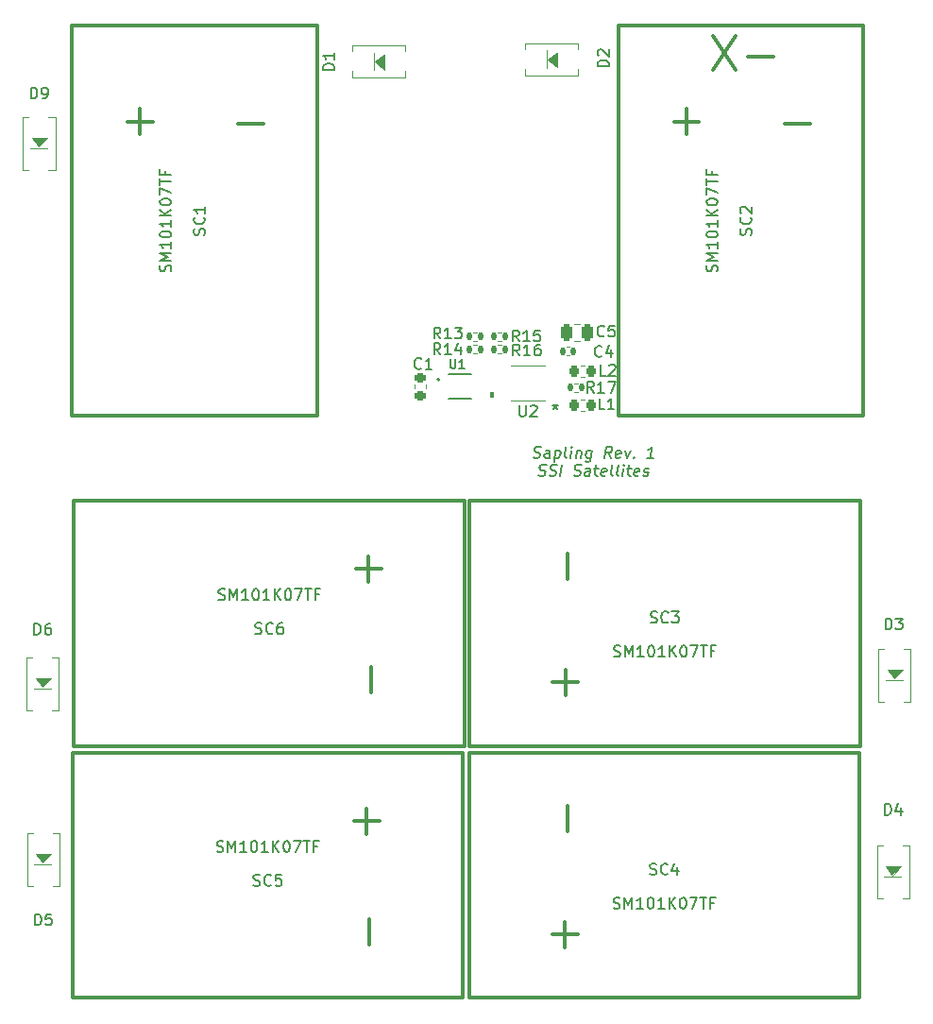
<source format=gto>
%TF.GenerationSoftware,KiCad,Pcbnew,(6.0.4-0)*%
%TF.CreationDate,2022-05-09T11:38:03-07:00*%
%TF.ProjectId,solar-panel-side-X-minus,736f6c61-722d-4706-916e-656c2d736964,rev?*%
%TF.SameCoordinates,Original*%
%TF.FileFunction,Legend,Top*%
%TF.FilePolarity,Positive*%
%FSLAX46Y46*%
G04 Gerber Fmt 4.6, Leading zero omitted, Abs format (unit mm)*
G04 Created by KiCad (PCBNEW (6.0.4-0)) date 2022-05-09 11:38:03*
%MOMM*%
%LPD*%
G01*
G04 APERTURE LIST*
G04 Aperture macros list*
%AMRoundRect*
0 Rectangle with rounded corners*
0 $1 Rounding radius*
0 $2 $3 $4 $5 $6 $7 $8 $9 X,Y pos of 4 corners*
0 Add a 4 corners polygon primitive as box body*
4,1,4,$2,$3,$4,$5,$6,$7,$8,$9,$2,$3,0*
0 Add four circle primitives for the rounded corners*
1,1,$1+$1,$2,$3*
1,1,$1+$1,$4,$5*
1,1,$1+$1,$6,$7*
1,1,$1+$1,$8,$9*
0 Add four rect primitives between the rounded corners*
20,1,$1+$1,$2,$3,$4,$5,0*
20,1,$1+$1,$4,$5,$6,$7,0*
20,1,$1+$1,$6,$7,$8,$9,0*
20,1,$1+$1,$8,$9,$2,$3,0*%
G04 Aperture macros list end*
%ADD10C,0.150000*%
%ADD11C,0.300000*%
%ADD12C,0.120000*%
%ADD13C,0.100000*%
%ADD14C,0.127000*%
%ADD15C,0.200000*%
%ADD16R,2.500000X1.700000*%
%ADD17R,1.700000X2.500000*%
%ADD18C,3.000000*%
%ADD19C,3.800000*%
%ADD20C,2.600000*%
%ADD21R,1.411200X0.270000*%
%ADD22RoundRect,0.135000X0.135000X0.185000X-0.135000X0.185000X-0.135000X-0.185000X0.135000X-0.185000X0*%
%ADD23RoundRect,0.135000X-0.135000X-0.185000X0.135000X-0.185000X0.135000X0.185000X-0.135000X0.185000X0*%
%ADD24RoundRect,0.218750X0.218750X0.256250X-0.218750X0.256250X-0.218750X-0.256250X0.218750X-0.256250X0*%
%ADD25RoundRect,0.140000X0.140000X0.170000X-0.140000X0.170000X-0.140000X-0.170000X0.140000X-0.170000X0*%
%ADD26RoundRect,0.250000X0.250000X0.475000X-0.250000X0.475000X-0.250000X-0.475000X0.250000X-0.475000X0*%
%ADD27RoundRect,0.218750X-0.256250X0.218750X-0.256250X-0.218750X0.256250X-0.218750X0.256250X0.218750X0*%
%ADD28R,0.740000X0.270000*%
%ADD29R,0.650000X1.350000*%
G04 APERTURE END LIST*
D10*
X157030327Y-82599761D02*
X157167232Y-82647380D01*
X157405327Y-82647380D01*
X157506517Y-82599761D01*
X157560089Y-82552142D01*
X157619613Y-82456904D01*
X157631517Y-82361666D01*
X157595803Y-82266428D01*
X157554136Y-82218809D01*
X157464851Y-82171190D01*
X157280327Y-82123571D01*
X157191041Y-82075952D01*
X157149375Y-82028333D01*
X157113660Y-81933095D01*
X157125565Y-81837857D01*
X157185089Y-81742619D01*
X157238660Y-81695000D01*
X157339851Y-81647380D01*
X157577946Y-81647380D01*
X157714851Y-81695000D01*
X158452946Y-82647380D02*
X158518422Y-82123571D01*
X158482708Y-82028333D01*
X158393422Y-81980714D01*
X158202946Y-81980714D01*
X158101755Y-82028333D01*
X158458898Y-82599761D02*
X158357708Y-82647380D01*
X158119613Y-82647380D01*
X158030327Y-82599761D01*
X157994613Y-82504523D01*
X158006517Y-82409285D01*
X158066041Y-82314047D01*
X158167232Y-82266428D01*
X158405327Y-82266428D01*
X158506517Y-82218809D01*
X159012470Y-81980714D02*
X158887470Y-82980714D01*
X159006517Y-82028333D02*
X159107708Y-81980714D01*
X159298184Y-81980714D01*
X159387470Y-82028333D01*
X159429136Y-82075952D01*
X159464851Y-82171190D01*
X159429136Y-82456904D01*
X159369613Y-82552142D01*
X159316041Y-82599761D01*
X159214851Y-82647380D01*
X159024375Y-82647380D01*
X158935089Y-82599761D01*
X159976755Y-82647380D02*
X159887470Y-82599761D01*
X159851755Y-82504523D01*
X159958898Y-81647380D01*
X160357708Y-82647380D02*
X160441041Y-81980714D01*
X160482708Y-81647380D02*
X160429136Y-81695000D01*
X160470803Y-81742619D01*
X160524375Y-81695000D01*
X160482708Y-81647380D01*
X160470803Y-81742619D01*
X160917232Y-81980714D02*
X160833898Y-82647380D01*
X160905327Y-82075952D02*
X160958898Y-82028333D01*
X161060089Y-81980714D01*
X161202946Y-81980714D01*
X161292232Y-82028333D01*
X161327946Y-82123571D01*
X161262470Y-82647380D01*
X162250565Y-81980714D02*
X162149375Y-82790238D01*
X162089851Y-82885476D01*
X162036279Y-82933095D01*
X161935089Y-82980714D01*
X161792232Y-82980714D01*
X161702946Y-82933095D01*
X162173184Y-82599761D02*
X162071994Y-82647380D01*
X161881517Y-82647380D01*
X161792232Y-82599761D01*
X161750565Y-82552142D01*
X161714851Y-82456904D01*
X161750565Y-82171190D01*
X161810089Y-82075952D01*
X161863660Y-82028333D01*
X161964851Y-81980714D01*
X162155327Y-81980714D01*
X162244613Y-82028333D01*
X163976755Y-82647380D02*
X163702946Y-82171190D01*
X163405327Y-82647380D02*
X163530327Y-81647380D01*
X163911279Y-81647380D01*
X164000565Y-81695000D01*
X164042232Y-81742619D01*
X164077946Y-81837857D01*
X164060089Y-81980714D01*
X164000565Y-82075952D01*
X163946994Y-82123571D01*
X163845803Y-82171190D01*
X163464851Y-82171190D01*
X164792232Y-82599761D02*
X164691041Y-82647380D01*
X164500565Y-82647380D01*
X164411279Y-82599761D01*
X164375565Y-82504523D01*
X164423184Y-82123571D01*
X164482708Y-82028333D01*
X164583898Y-81980714D01*
X164774375Y-81980714D01*
X164863660Y-82028333D01*
X164899375Y-82123571D01*
X164887470Y-82218809D01*
X164399375Y-82314047D01*
X165250565Y-81980714D02*
X165405327Y-82647380D01*
X165726755Y-81980714D01*
X166036279Y-82552142D02*
X166077946Y-82599761D01*
X166024375Y-82647380D01*
X165982708Y-82599761D01*
X166036279Y-82552142D01*
X166024375Y-82647380D01*
X167786279Y-82647380D02*
X167214851Y-82647380D01*
X167500565Y-82647380D02*
X167625565Y-81647380D01*
X167512470Y-81790238D01*
X167405327Y-81885476D01*
X167304136Y-81933095D01*
X157506517Y-84209761D02*
X157643422Y-84257380D01*
X157881517Y-84257380D01*
X157982708Y-84209761D01*
X158036279Y-84162142D01*
X158095803Y-84066904D01*
X158107708Y-83971666D01*
X158071994Y-83876428D01*
X158030327Y-83828809D01*
X157941041Y-83781190D01*
X157756517Y-83733571D01*
X157667232Y-83685952D01*
X157625565Y-83638333D01*
X157589851Y-83543095D01*
X157601755Y-83447857D01*
X157661279Y-83352619D01*
X157714851Y-83305000D01*
X157816041Y-83257380D01*
X158054136Y-83257380D01*
X158191041Y-83305000D01*
X158458898Y-84209761D02*
X158595803Y-84257380D01*
X158833898Y-84257380D01*
X158935089Y-84209761D01*
X158988660Y-84162142D01*
X159048184Y-84066904D01*
X159060089Y-83971666D01*
X159024375Y-83876428D01*
X158982708Y-83828809D01*
X158893422Y-83781190D01*
X158708898Y-83733571D01*
X158619613Y-83685952D01*
X158577946Y-83638333D01*
X158542232Y-83543095D01*
X158554136Y-83447857D01*
X158613660Y-83352619D01*
X158667232Y-83305000D01*
X158768422Y-83257380D01*
X159006517Y-83257380D01*
X159143422Y-83305000D01*
X159452946Y-84257380D02*
X159577946Y-83257380D01*
X160649375Y-84209761D02*
X160786279Y-84257380D01*
X161024375Y-84257380D01*
X161125565Y-84209761D01*
X161179136Y-84162142D01*
X161238660Y-84066904D01*
X161250565Y-83971666D01*
X161214851Y-83876428D01*
X161173184Y-83828809D01*
X161083898Y-83781190D01*
X160899375Y-83733571D01*
X160810089Y-83685952D01*
X160768422Y-83638333D01*
X160732708Y-83543095D01*
X160744613Y-83447857D01*
X160804136Y-83352619D01*
X160857708Y-83305000D01*
X160958898Y-83257380D01*
X161196994Y-83257380D01*
X161333898Y-83305000D01*
X162071994Y-84257380D02*
X162137470Y-83733571D01*
X162101755Y-83638333D01*
X162012470Y-83590714D01*
X161821994Y-83590714D01*
X161720803Y-83638333D01*
X162077946Y-84209761D02*
X161976755Y-84257380D01*
X161738660Y-84257380D01*
X161649375Y-84209761D01*
X161613660Y-84114523D01*
X161625565Y-84019285D01*
X161685089Y-83924047D01*
X161786279Y-83876428D01*
X162024375Y-83876428D01*
X162125565Y-83828809D01*
X162488660Y-83590714D02*
X162869613Y-83590714D01*
X162673184Y-83257380D02*
X162566041Y-84114523D01*
X162601755Y-84209761D01*
X162691041Y-84257380D01*
X162786279Y-84257380D01*
X163506517Y-84209761D02*
X163405327Y-84257380D01*
X163214851Y-84257380D01*
X163125565Y-84209761D01*
X163089851Y-84114523D01*
X163137470Y-83733571D01*
X163196994Y-83638333D01*
X163298184Y-83590714D01*
X163488660Y-83590714D01*
X163577946Y-83638333D01*
X163613660Y-83733571D01*
X163601755Y-83828809D01*
X163113660Y-83924047D01*
X164119613Y-84257380D02*
X164030327Y-84209761D01*
X163994613Y-84114523D01*
X164101755Y-83257380D01*
X164643422Y-84257380D02*
X164554136Y-84209761D01*
X164518422Y-84114523D01*
X164625565Y-83257380D01*
X165024375Y-84257380D02*
X165107708Y-83590714D01*
X165149375Y-83257380D02*
X165095803Y-83305000D01*
X165137470Y-83352619D01*
X165191041Y-83305000D01*
X165149375Y-83257380D01*
X165137470Y-83352619D01*
X165441041Y-83590714D02*
X165821994Y-83590714D01*
X165625565Y-83257380D02*
X165518422Y-84114523D01*
X165554136Y-84209761D01*
X165643422Y-84257380D01*
X165738660Y-84257380D01*
X166458898Y-84209761D02*
X166357708Y-84257380D01*
X166167232Y-84257380D01*
X166077946Y-84209761D01*
X166042232Y-84114523D01*
X166089851Y-83733571D01*
X166149375Y-83638333D01*
X166250565Y-83590714D01*
X166441041Y-83590714D01*
X166530327Y-83638333D01*
X166566041Y-83733571D01*
X166554136Y-83828809D01*
X166066041Y-83924047D01*
X166887470Y-84209761D02*
X166976755Y-84257380D01*
X167167232Y-84257380D01*
X167268422Y-84209761D01*
X167327946Y-84114523D01*
X167333898Y-84066904D01*
X167298184Y-83971666D01*
X167208898Y-83924047D01*
X167066041Y-83924047D01*
X166976755Y-83876428D01*
X166941041Y-83781190D01*
X166946994Y-83733571D01*
X167006517Y-83638333D01*
X167107708Y-83590714D01*
X167250565Y-83590714D01*
X167339851Y-83638333D01*
D11*
X173142857Y-44857142D02*
X175142857Y-47857142D01*
X175142857Y-44857142D02*
X173142857Y-47857142D01*
X176285714Y-46714285D02*
X178571428Y-46714285D01*
D10*
%TO.C,D1*%
X139157380Y-47863095D02*
X138157380Y-47863095D01*
X138157380Y-47625000D01*
X138205000Y-47482142D01*
X138300238Y-47386904D01*
X138395476Y-47339285D01*
X138585952Y-47291666D01*
X138728809Y-47291666D01*
X138919285Y-47339285D01*
X139014523Y-47386904D01*
X139109761Y-47482142D01*
X139157380Y-47625000D01*
X139157380Y-47863095D01*
X139157380Y-46339285D02*
X139157380Y-46910714D01*
X139157380Y-46625000D02*
X138157380Y-46625000D01*
X138300238Y-46720238D01*
X138395476Y-46815476D01*
X138443095Y-46910714D01*
%TO.C,D2*%
X163776380Y-47561095D02*
X162776380Y-47561095D01*
X162776380Y-47323000D01*
X162824000Y-47180142D01*
X162919238Y-47084904D01*
X163014476Y-47037285D01*
X163204952Y-46989666D01*
X163347809Y-46989666D01*
X163538285Y-47037285D01*
X163633523Y-47084904D01*
X163728761Y-47180142D01*
X163776380Y-47323000D01*
X163776380Y-47561095D01*
X162871619Y-46608714D02*
X162824000Y-46561095D01*
X162776380Y-46465857D01*
X162776380Y-46227761D01*
X162824000Y-46132523D01*
X162871619Y-46084904D01*
X162966857Y-46037285D01*
X163062095Y-46037285D01*
X163204952Y-46084904D01*
X163776380Y-46656333D01*
X163776380Y-46037285D01*
%TO.C,D3*%
X188586904Y-98027380D02*
X188586904Y-97027380D01*
X188825000Y-97027380D01*
X188967857Y-97075000D01*
X189063095Y-97170238D01*
X189110714Y-97265476D01*
X189158333Y-97455952D01*
X189158333Y-97598809D01*
X189110714Y-97789285D01*
X189063095Y-97884523D01*
X188967857Y-97979761D01*
X188825000Y-98027380D01*
X188586904Y-98027380D01*
X189491666Y-97027380D02*
X190110714Y-97027380D01*
X189777380Y-97408333D01*
X189920238Y-97408333D01*
X190015476Y-97455952D01*
X190063095Y-97503571D01*
X190110714Y-97598809D01*
X190110714Y-97836904D01*
X190063095Y-97932142D01*
X190015476Y-97979761D01*
X189920238Y-98027380D01*
X189634523Y-98027380D01*
X189539285Y-97979761D01*
X189491666Y-97932142D01*
%TO.C,D4*%
X188536904Y-114639380D02*
X188536904Y-113639380D01*
X188775000Y-113639380D01*
X188917857Y-113687000D01*
X189013095Y-113782238D01*
X189060714Y-113877476D01*
X189108333Y-114067952D01*
X189108333Y-114210809D01*
X189060714Y-114401285D01*
X189013095Y-114496523D01*
X188917857Y-114591761D01*
X188775000Y-114639380D01*
X188536904Y-114639380D01*
X189965476Y-113972714D02*
X189965476Y-114639380D01*
X189727380Y-113591761D02*
X189489285Y-114306047D01*
X190108333Y-114306047D01*
%TO.C,D5*%
X112336904Y-124538380D02*
X112336904Y-123538380D01*
X112575000Y-123538380D01*
X112717857Y-123586000D01*
X112813095Y-123681238D01*
X112860714Y-123776476D01*
X112908333Y-123966952D01*
X112908333Y-124109809D01*
X112860714Y-124300285D01*
X112813095Y-124395523D01*
X112717857Y-124490761D01*
X112575000Y-124538380D01*
X112336904Y-124538380D01*
X113813095Y-123538380D02*
X113336904Y-123538380D01*
X113289285Y-124014571D01*
X113336904Y-123966952D01*
X113432142Y-123919333D01*
X113670238Y-123919333D01*
X113765476Y-123966952D01*
X113813095Y-124014571D01*
X113860714Y-124109809D01*
X113860714Y-124347904D01*
X113813095Y-124443142D01*
X113765476Y-124490761D01*
X113670238Y-124538380D01*
X113432142Y-124538380D01*
X113336904Y-124490761D01*
X113289285Y-124443142D01*
%TO.C,D6*%
X112291904Y-98496380D02*
X112291904Y-97496380D01*
X112530000Y-97496380D01*
X112672857Y-97544000D01*
X112768095Y-97639238D01*
X112815714Y-97734476D01*
X112863333Y-97924952D01*
X112863333Y-98067809D01*
X112815714Y-98258285D01*
X112768095Y-98353523D01*
X112672857Y-98448761D01*
X112530000Y-98496380D01*
X112291904Y-98496380D01*
X113720476Y-97496380D02*
X113530000Y-97496380D01*
X113434761Y-97544000D01*
X113387142Y-97591619D01*
X113291904Y-97734476D01*
X113244285Y-97924952D01*
X113244285Y-98305904D01*
X113291904Y-98401142D01*
X113339523Y-98448761D01*
X113434761Y-98496380D01*
X113625238Y-98496380D01*
X113720476Y-98448761D01*
X113768095Y-98401142D01*
X113815714Y-98305904D01*
X113815714Y-98067809D01*
X113768095Y-97972571D01*
X113720476Y-97924952D01*
X113625238Y-97877333D01*
X113434761Y-97877333D01*
X113339523Y-97924952D01*
X113291904Y-97972571D01*
X113244285Y-98067809D01*
%TO.C,D9*%
X111971904Y-50447380D02*
X111971904Y-49447380D01*
X112210000Y-49447380D01*
X112352857Y-49495000D01*
X112448095Y-49590238D01*
X112495714Y-49685476D01*
X112543333Y-49875952D01*
X112543333Y-50018809D01*
X112495714Y-50209285D01*
X112448095Y-50304523D01*
X112352857Y-50399761D01*
X112210000Y-50447380D01*
X111971904Y-50447380D01*
X113019523Y-50447380D02*
X113210000Y-50447380D01*
X113305238Y-50399761D01*
X113352857Y-50352142D01*
X113448095Y-50209285D01*
X113495714Y-50018809D01*
X113495714Y-49637857D01*
X113448095Y-49542619D01*
X113400476Y-49495000D01*
X113305238Y-49447380D01*
X113114761Y-49447380D01*
X113019523Y-49495000D01*
X112971904Y-49542619D01*
X112924285Y-49637857D01*
X112924285Y-49875952D01*
X112971904Y-49971190D01*
X113019523Y-50018809D01*
X113114761Y-50066428D01*
X113305238Y-50066428D01*
X113400476Y-50018809D01*
X113448095Y-49971190D01*
X113495714Y-49875952D01*
%TO.C,SC1*%
X127529761Y-62661904D02*
X127577380Y-62519047D01*
X127577380Y-62280952D01*
X127529761Y-62185714D01*
X127482142Y-62138095D01*
X127386904Y-62090476D01*
X127291666Y-62090476D01*
X127196428Y-62138095D01*
X127148809Y-62185714D01*
X127101190Y-62280952D01*
X127053571Y-62471428D01*
X127005952Y-62566666D01*
X126958333Y-62614285D01*
X126863095Y-62661904D01*
X126767857Y-62661904D01*
X126672619Y-62614285D01*
X126625000Y-62566666D01*
X126577380Y-62471428D01*
X126577380Y-62233333D01*
X126625000Y-62090476D01*
X127482142Y-61090476D02*
X127529761Y-61138095D01*
X127577380Y-61280952D01*
X127577380Y-61376190D01*
X127529761Y-61519047D01*
X127434523Y-61614285D01*
X127339285Y-61661904D01*
X127148809Y-61709523D01*
X127005952Y-61709523D01*
X126815476Y-61661904D01*
X126720238Y-61614285D01*
X126625000Y-61519047D01*
X126577380Y-61376190D01*
X126577380Y-61280952D01*
X126625000Y-61138095D01*
X126672619Y-61090476D01*
X127577380Y-60138095D02*
X127577380Y-60709523D01*
X127577380Y-60423809D02*
X126577380Y-60423809D01*
X126720238Y-60519047D01*
X126815476Y-60614285D01*
X126863095Y-60709523D01*
X124489761Y-65947619D02*
X124537380Y-65804761D01*
X124537380Y-65566666D01*
X124489761Y-65471428D01*
X124442142Y-65423809D01*
X124346904Y-65376190D01*
X124251666Y-65376190D01*
X124156428Y-65423809D01*
X124108809Y-65471428D01*
X124061190Y-65566666D01*
X124013571Y-65757142D01*
X123965952Y-65852380D01*
X123918333Y-65900000D01*
X123823095Y-65947619D01*
X123727857Y-65947619D01*
X123632619Y-65900000D01*
X123585000Y-65852380D01*
X123537380Y-65757142D01*
X123537380Y-65519047D01*
X123585000Y-65376190D01*
X124537380Y-64947619D02*
X123537380Y-64947619D01*
X124251666Y-64614285D01*
X123537380Y-64280952D01*
X124537380Y-64280952D01*
X124537380Y-63280952D02*
X124537380Y-63852380D01*
X124537380Y-63566666D02*
X123537380Y-63566666D01*
X123680238Y-63661904D01*
X123775476Y-63757142D01*
X123823095Y-63852380D01*
X123537380Y-62661904D02*
X123537380Y-62566666D01*
X123585000Y-62471428D01*
X123632619Y-62423809D01*
X123727857Y-62376190D01*
X123918333Y-62328571D01*
X124156428Y-62328571D01*
X124346904Y-62376190D01*
X124442142Y-62423809D01*
X124489761Y-62471428D01*
X124537380Y-62566666D01*
X124537380Y-62661904D01*
X124489761Y-62757142D01*
X124442142Y-62804761D01*
X124346904Y-62852380D01*
X124156428Y-62900000D01*
X123918333Y-62900000D01*
X123727857Y-62852380D01*
X123632619Y-62804761D01*
X123585000Y-62757142D01*
X123537380Y-62661904D01*
X124537380Y-61376190D02*
X124537380Y-61947619D01*
X124537380Y-61661904D02*
X123537380Y-61661904D01*
X123680238Y-61757142D01*
X123775476Y-61852380D01*
X123823095Y-61947619D01*
X124537380Y-60947619D02*
X123537380Y-60947619D01*
X124537380Y-60376190D02*
X123965952Y-60804761D01*
X123537380Y-60376190D02*
X124108809Y-60947619D01*
X123537380Y-59757142D02*
X123537380Y-59661904D01*
X123585000Y-59566666D01*
X123632619Y-59519047D01*
X123727857Y-59471428D01*
X123918333Y-59423809D01*
X124156428Y-59423809D01*
X124346904Y-59471428D01*
X124442142Y-59519047D01*
X124489761Y-59566666D01*
X124537380Y-59661904D01*
X124537380Y-59757142D01*
X124489761Y-59852380D01*
X124442142Y-59900000D01*
X124346904Y-59947619D01*
X124156428Y-59995238D01*
X123918333Y-59995238D01*
X123727857Y-59947619D01*
X123632619Y-59900000D01*
X123585000Y-59852380D01*
X123537380Y-59757142D01*
X123537380Y-59090476D02*
X123537380Y-58423809D01*
X124537380Y-58852380D01*
X123537380Y-58185714D02*
X123537380Y-57614285D01*
X124537380Y-57900000D02*
X123537380Y-57900000D01*
X124013571Y-56947619D02*
X124013571Y-57280952D01*
X124537380Y-57280952D02*
X123537380Y-57280952D01*
X123537380Y-56804761D01*
D11*
X130562142Y-52724285D02*
X132847857Y-52724285D01*
X121759285Y-53652857D02*
X121759285Y-51367142D01*
X122902142Y-52510000D02*
X120616428Y-52510000D01*
D10*
%TO.C,SC2*%
X176529761Y-62661904D02*
X176577380Y-62519047D01*
X176577380Y-62280952D01*
X176529761Y-62185714D01*
X176482142Y-62138095D01*
X176386904Y-62090476D01*
X176291666Y-62090476D01*
X176196428Y-62138095D01*
X176148809Y-62185714D01*
X176101190Y-62280952D01*
X176053571Y-62471428D01*
X176005952Y-62566666D01*
X175958333Y-62614285D01*
X175863095Y-62661904D01*
X175767857Y-62661904D01*
X175672619Y-62614285D01*
X175625000Y-62566666D01*
X175577380Y-62471428D01*
X175577380Y-62233333D01*
X175625000Y-62090476D01*
X176482142Y-61090476D02*
X176529761Y-61138095D01*
X176577380Y-61280952D01*
X176577380Y-61376190D01*
X176529761Y-61519047D01*
X176434523Y-61614285D01*
X176339285Y-61661904D01*
X176148809Y-61709523D01*
X176005952Y-61709523D01*
X175815476Y-61661904D01*
X175720238Y-61614285D01*
X175625000Y-61519047D01*
X175577380Y-61376190D01*
X175577380Y-61280952D01*
X175625000Y-61138095D01*
X175672619Y-61090476D01*
X175672619Y-60709523D02*
X175625000Y-60661904D01*
X175577380Y-60566666D01*
X175577380Y-60328571D01*
X175625000Y-60233333D01*
X175672619Y-60185714D01*
X175767857Y-60138095D01*
X175863095Y-60138095D01*
X176005952Y-60185714D01*
X176577380Y-60757142D01*
X176577380Y-60138095D01*
X173489761Y-65947619D02*
X173537380Y-65804761D01*
X173537380Y-65566666D01*
X173489761Y-65471428D01*
X173442142Y-65423809D01*
X173346904Y-65376190D01*
X173251666Y-65376190D01*
X173156428Y-65423809D01*
X173108809Y-65471428D01*
X173061190Y-65566666D01*
X173013571Y-65757142D01*
X172965952Y-65852380D01*
X172918333Y-65900000D01*
X172823095Y-65947619D01*
X172727857Y-65947619D01*
X172632619Y-65900000D01*
X172585000Y-65852380D01*
X172537380Y-65757142D01*
X172537380Y-65519047D01*
X172585000Y-65376190D01*
X173537380Y-64947619D02*
X172537380Y-64947619D01*
X173251666Y-64614285D01*
X172537380Y-64280952D01*
X173537380Y-64280952D01*
X173537380Y-63280952D02*
X173537380Y-63852380D01*
X173537380Y-63566666D02*
X172537380Y-63566666D01*
X172680238Y-63661904D01*
X172775476Y-63757142D01*
X172823095Y-63852380D01*
X172537380Y-62661904D02*
X172537380Y-62566666D01*
X172585000Y-62471428D01*
X172632619Y-62423809D01*
X172727857Y-62376190D01*
X172918333Y-62328571D01*
X173156428Y-62328571D01*
X173346904Y-62376190D01*
X173442142Y-62423809D01*
X173489761Y-62471428D01*
X173537380Y-62566666D01*
X173537380Y-62661904D01*
X173489761Y-62757142D01*
X173442142Y-62804761D01*
X173346904Y-62852380D01*
X173156428Y-62900000D01*
X172918333Y-62900000D01*
X172727857Y-62852380D01*
X172632619Y-62804761D01*
X172585000Y-62757142D01*
X172537380Y-62661904D01*
X173537380Y-61376190D02*
X173537380Y-61947619D01*
X173537380Y-61661904D02*
X172537380Y-61661904D01*
X172680238Y-61757142D01*
X172775476Y-61852380D01*
X172823095Y-61947619D01*
X173537380Y-60947619D02*
X172537380Y-60947619D01*
X173537380Y-60376190D02*
X172965952Y-60804761D01*
X172537380Y-60376190D02*
X173108809Y-60947619D01*
X172537380Y-59757142D02*
X172537380Y-59661904D01*
X172585000Y-59566666D01*
X172632619Y-59519047D01*
X172727857Y-59471428D01*
X172918333Y-59423809D01*
X173156428Y-59423809D01*
X173346904Y-59471428D01*
X173442142Y-59519047D01*
X173489761Y-59566666D01*
X173537380Y-59661904D01*
X173537380Y-59757142D01*
X173489761Y-59852380D01*
X173442142Y-59900000D01*
X173346904Y-59947619D01*
X173156428Y-59995238D01*
X172918333Y-59995238D01*
X172727857Y-59947619D01*
X172632619Y-59900000D01*
X172585000Y-59852380D01*
X172537380Y-59757142D01*
X172537380Y-59090476D02*
X172537380Y-58423809D01*
X173537380Y-58852380D01*
X172537380Y-58185714D02*
X172537380Y-57614285D01*
X173537380Y-57900000D02*
X172537380Y-57900000D01*
X173013571Y-56947619D02*
X173013571Y-57280952D01*
X173537380Y-57280952D02*
X172537380Y-57280952D01*
X172537380Y-56804761D01*
D11*
X170759285Y-53652857D02*
X170759285Y-51367142D01*
X171902142Y-52510000D02*
X169616428Y-52510000D01*
X179562142Y-52724285D02*
X181847857Y-52724285D01*
D10*
%TO.C,SC3*%
X167538095Y-97379761D02*
X167680952Y-97427380D01*
X167919047Y-97427380D01*
X168014285Y-97379761D01*
X168061904Y-97332142D01*
X168109523Y-97236904D01*
X168109523Y-97141666D01*
X168061904Y-97046428D01*
X168014285Y-96998809D01*
X167919047Y-96951190D01*
X167728571Y-96903571D01*
X167633333Y-96855952D01*
X167585714Y-96808333D01*
X167538095Y-96713095D01*
X167538095Y-96617857D01*
X167585714Y-96522619D01*
X167633333Y-96475000D01*
X167728571Y-96427380D01*
X167966666Y-96427380D01*
X168109523Y-96475000D01*
X169109523Y-97332142D02*
X169061904Y-97379761D01*
X168919047Y-97427380D01*
X168823809Y-97427380D01*
X168680952Y-97379761D01*
X168585714Y-97284523D01*
X168538095Y-97189285D01*
X168490476Y-96998809D01*
X168490476Y-96855952D01*
X168538095Y-96665476D01*
X168585714Y-96570238D01*
X168680952Y-96475000D01*
X168823809Y-96427380D01*
X168919047Y-96427380D01*
X169061904Y-96475000D01*
X169109523Y-96522619D01*
X169442857Y-96427380D02*
X170061904Y-96427380D01*
X169728571Y-96808333D01*
X169871428Y-96808333D01*
X169966666Y-96855952D01*
X170014285Y-96903571D01*
X170061904Y-96998809D01*
X170061904Y-97236904D01*
X170014285Y-97332142D01*
X169966666Y-97379761D01*
X169871428Y-97427380D01*
X169585714Y-97427380D01*
X169490476Y-97379761D01*
X169442857Y-97332142D01*
X164252380Y-100419761D02*
X164395238Y-100467380D01*
X164633333Y-100467380D01*
X164728571Y-100419761D01*
X164776190Y-100372142D01*
X164823809Y-100276904D01*
X164823809Y-100181666D01*
X164776190Y-100086428D01*
X164728571Y-100038809D01*
X164633333Y-99991190D01*
X164442857Y-99943571D01*
X164347619Y-99895952D01*
X164300000Y-99848333D01*
X164252380Y-99753095D01*
X164252380Y-99657857D01*
X164300000Y-99562619D01*
X164347619Y-99515000D01*
X164442857Y-99467380D01*
X164680952Y-99467380D01*
X164823809Y-99515000D01*
X165252380Y-100467380D02*
X165252380Y-99467380D01*
X165585714Y-100181666D01*
X165919047Y-99467380D01*
X165919047Y-100467380D01*
X166919047Y-100467380D02*
X166347619Y-100467380D01*
X166633333Y-100467380D02*
X166633333Y-99467380D01*
X166538095Y-99610238D01*
X166442857Y-99705476D01*
X166347619Y-99753095D01*
X167538095Y-99467380D02*
X167633333Y-99467380D01*
X167728571Y-99515000D01*
X167776190Y-99562619D01*
X167823809Y-99657857D01*
X167871428Y-99848333D01*
X167871428Y-100086428D01*
X167823809Y-100276904D01*
X167776190Y-100372142D01*
X167728571Y-100419761D01*
X167633333Y-100467380D01*
X167538095Y-100467380D01*
X167442857Y-100419761D01*
X167395238Y-100372142D01*
X167347619Y-100276904D01*
X167300000Y-100086428D01*
X167300000Y-99848333D01*
X167347619Y-99657857D01*
X167395238Y-99562619D01*
X167442857Y-99515000D01*
X167538095Y-99467380D01*
X168823809Y-100467380D02*
X168252380Y-100467380D01*
X168538095Y-100467380D02*
X168538095Y-99467380D01*
X168442857Y-99610238D01*
X168347619Y-99705476D01*
X168252380Y-99753095D01*
X169252380Y-100467380D02*
X169252380Y-99467380D01*
X169823809Y-100467380D02*
X169395238Y-99895952D01*
X169823809Y-99467380D02*
X169252380Y-100038809D01*
X170442857Y-99467380D02*
X170538095Y-99467380D01*
X170633333Y-99515000D01*
X170680952Y-99562619D01*
X170728571Y-99657857D01*
X170776190Y-99848333D01*
X170776190Y-100086428D01*
X170728571Y-100276904D01*
X170680952Y-100372142D01*
X170633333Y-100419761D01*
X170538095Y-100467380D01*
X170442857Y-100467380D01*
X170347619Y-100419761D01*
X170300000Y-100372142D01*
X170252380Y-100276904D01*
X170204761Y-100086428D01*
X170204761Y-99848333D01*
X170252380Y-99657857D01*
X170300000Y-99562619D01*
X170347619Y-99515000D01*
X170442857Y-99467380D01*
X171109523Y-99467380D02*
X171776190Y-99467380D01*
X171347619Y-100467380D01*
X172014285Y-99467380D02*
X172585714Y-99467380D01*
X172300000Y-100467380D02*
X172300000Y-99467380D01*
X173252380Y-99943571D02*
X172919047Y-99943571D01*
X172919047Y-100467380D02*
X172919047Y-99467380D01*
X173395238Y-99467380D01*
D11*
X158767142Y-102769285D02*
X161052857Y-102769285D01*
X159910000Y-103912142D02*
X159910000Y-101626428D01*
X160124285Y-93537857D02*
X160124285Y-91252142D01*
D10*
%TO.C,SC4*%
X167488095Y-119954761D02*
X167630952Y-120002380D01*
X167869047Y-120002380D01*
X167964285Y-119954761D01*
X168011904Y-119907142D01*
X168059523Y-119811904D01*
X168059523Y-119716666D01*
X168011904Y-119621428D01*
X167964285Y-119573809D01*
X167869047Y-119526190D01*
X167678571Y-119478571D01*
X167583333Y-119430952D01*
X167535714Y-119383333D01*
X167488095Y-119288095D01*
X167488095Y-119192857D01*
X167535714Y-119097619D01*
X167583333Y-119050000D01*
X167678571Y-119002380D01*
X167916666Y-119002380D01*
X168059523Y-119050000D01*
X169059523Y-119907142D02*
X169011904Y-119954761D01*
X168869047Y-120002380D01*
X168773809Y-120002380D01*
X168630952Y-119954761D01*
X168535714Y-119859523D01*
X168488095Y-119764285D01*
X168440476Y-119573809D01*
X168440476Y-119430952D01*
X168488095Y-119240476D01*
X168535714Y-119145238D01*
X168630952Y-119050000D01*
X168773809Y-119002380D01*
X168869047Y-119002380D01*
X169011904Y-119050000D01*
X169059523Y-119097619D01*
X169916666Y-119335714D02*
X169916666Y-120002380D01*
X169678571Y-118954761D02*
X169440476Y-119669047D01*
X170059523Y-119669047D01*
X164202380Y-122994761D02*
X164345238Y-123042380D01*
X164583333Y-123042380D01*
X164678571Y-122994761D01*
X164726190Y-122947142D01*
X164773809Y-122851904D01*
X164773809Y-122756666D01*
X164726190Y-122661428D01*
X164678571Y-122613809D01*
X164583333Y-122566190D01*
X164392857Y-122518571D01*
X164297619Y-122470952D01*
X164250000Y-122423333D01*
X164202380Y-122328095D01*
X164202380Y-122232857D01*
X164250000Y-122137619D01*
X164297619Y-122090000D01*
X164392857Y-122042380D01*
X164630952Y-122042380D01*
X164773809Y-122090000D01*
X165202380Y-123042380D02*
X165202380Y-122042380D01*
X165535714Y-122756666D01*
X165869047Y-122042380D01*
X165869047Y-123042380D01*
X166869047Y-123042380D02*
X166297619Y-123042380D01*
X166583333Y-123042380D02*
X166583333Y-122042380D01*
X166488095Y-122185238D01*
X166392857Y-122280476D01*
X166297619Y-122328095D01*
X167488095Y-122042380D02*
X167583333Y-122042380D01*
X167678571Y-122090000D01*
X167726190Y-122137619D01*
X167773809Y-122232857D01*
X167821428Y-122423333D01*
X167821428Y-122661428D01*
X167773809Y-122851904D01*
X167726190Y-122947142D01*
X167678571Y-122994761D01*
X167583333Y-123042380D01*
X167488095Y-123042380D01*
X167392857Y-122994761D01*
X167345238Y-122947142D01*
X167297619Y-122851904D01*
X167250000Y-122661428D01*
X167250000Y-122423333D01*
X167297619Y-122232857D01*
X167345238Y-122137619D01*
X167392857Y-122090000D01*
X167488095Y-122042380D01*
X168773809Y-123042380D02*
X168202380Y-123042380D01*
X168488095Y-123042380D02*
X168488095Y-122042380D01*
X168392857Y-122185238D01*
X168297619Y-122280476D01*
X168202380Y-122328095D01*
X169202380Y-123042380D02*
X169202380Y-122042380D01*
X169773809Y-123042380D02*
X169345238Y-122470952D01*
X169773809Y-122042380D02*
X169202380Y-122613809D01*
X170392857Y-122042380D02*
X170488095Y-122042380D01*
X170583333Y-122090000D01*
X170630952Y-122137619D01*
X170678571Y-122232857D01*
X170726190Y-122423333D01*
X170726190Y-122661428D01*
X170678571Y-122851904D01*
X170630952Y-122947142D01*
X170583333Y-122994761D01*
X170488095Y-123042380D01*
X170392857Y-123042380D01*
X170297619Y-122994761D01*
X170250000Y-122947142D01*
X170202380Y-122851904D01*
X170154761Y-122661428D01*
X170154761Y-122423333D01*
X170202380Y-122232857D01*
X170250000Y-122137619D01*
X170297619Y-122090000D01*
X170392857Y-122042380D01*
X171059523Y-122042380D02*
X171726190Y-122042380D01*
X171297619Y-123042380D01*
X171964285Y-122042380D02*
X172535714Y-122042380D01*
X172250000Y-123042380D02*
X172250000Y-122042380D01*
X173202380Y-122518571D02*
X172869047Y-122518571D01*
X172869047Y-123042380D02*
X172869047Y-122042380D01*
X173345238Y-122042380D01*
D11*
X158717142Y-125344285D02*
X161002857Y-125344285D01*
X159860000Y-126487142D02*
X159860000Y-124201428D01*
X160074285Y-116112857D02*
X160074285Y-113827142D01*
D10*
%TO.C,SC5*%
X131938095Y-120954761D02*
X132080952Y-121002380D01*
X132319047Y-121002380D01*
X132414285Y-120954761D01*
X132461904Y-120907142D01*
X132509523Y-120811904D01*
X132509523Y-120716666D01*
X132461904Y-120621428D01*
X132414285Y-120573809D01*
X132319047Y-120526190D01*
X132128571Y-120478571D01*
X132033333Y-120430952D01*
X131985714Y-120383333D01*
X131938095Y-120288095D01*
X131938095Y-120192857D01*
X131985714Y-120097619D01*
X132033333Y-120050000D01*
X132128571Y-120002380D01*
X132366666Y-120002380D01*
X132509523Y-120050000D01*
X133509523Y-120907142D02*
X133461904Y-120954761D01*
X133319047Y-121002380D01*
X133223809Y-121002380D01*
X133080952Y-120954761D01*
X132985714Y-120859523D01*
X132938095Y-120764285D01*
X132890476Y-120573809D01*
X132890476Y-120430952D01*
X132938095Y-120240476D01*
X132985714Y-120145238D01*
X133080952Y-120050000D01*
X133223809Y-120002380D01*
X133319047Y-120002380D01*
X133461904Y-120050000D01*
X133509523Y-120097619D01*
X134414285Y-120002380D02*
X133938095Y-120002380D01*
X133890476Y-120478571D01*
X133938095Y-120430952D01*
X134033333Y-120383333D01*
X134271428Y-120383333D01*
X134366666Y-120430952D01*
X134414285Y-120478571D01*
X134461904Y-120573809D01*
X134461904Y-120811904D01*
X134414285Y-120907142D01*
X134366666Y-120954761D01*
X134271428Y-121002380D01*
X134033333Y-121002380D01*
X133938095Y-120954761D01*
X133890476Y-120907142D01*
X128652380Y-117914761D02*
X128795238Y-117962380D01*
X129033333Y-117962380D01*
X129128571Y-117914761D01*
X129176190Y-117867142D01*
X129223809Y-117771904D01*
X129223809Y-117676666D01*
X129176190Y-117581428D01*
X129128571Y-117533809D01*
X129033333Y-117486190D01*
X128842857Y-117438571D01*
X128747619Y-117390952D01*
X128700000Y-117343333D01*
X128652380Y-117248095D01*
X128652380Y-117152857D01*
X128700000Y-117057619D01*
X128747619Y-117010000D01*
X128842857Y-116962380D01*
X129080952Y-116962380D01*
X129223809Y-117010000D01*
X129652380Y-117962380D02*
X129652380Y-116962380D01*
X129985714Y-117676666D01*
X130319047Y-116962380D01*
X130319047Y-117962380D01*
X131319047Y-117962380D02*
X130747619Y-117962380D01*
X131033333Y-117962380D02*
X131033333Y-116962380D01*
X130938095Y-117105238D01*
X130842857Y-117200476D01*
X130747619Y-117248095D01*
X131938095Y-116962380D02*
X132033333Y-116962380D01*
X132128571Y-117010000D01*
X132176190Y-117057619D01*
X132223809Y-117152857D01*
X132271428Y-117343333D01*
X132271428Y-117581428D01*
X132223809Y-117771904D01*
X132176190Y-117867142D01*
X132128571Y-117914761D01*
X132033333Y-117962380D01*
X131938095Y-117962380D01*
X131842857Y-117914761D01*
X131795238Y-117867142D01*
X131747619Y-117771904D01*
X131700000Y-117581428D01*
X131700000Y-117343333D01*
X131747619Y-117152857D01*
X131795238Y-117057619D01*
X131842857Y-117010000D01*
X131938095Y-116962380D01*
X133223809Y-117962380D02*
X132652380Y-117962380D01*
X132938095Y-117962380D02*
X132938095Y-116962380D01*
X132842857Y-117105238D01*
X132747619Y-117200476D01*
X132652380Y-117248095D01*
X133652380Y-117962380D02*
X133652380Y-116962380D01*
X134223809Y-117962380D02*
X133795238Y-117390952D01*
X134223809Y-116962380D02*
X133652380Y-117533809D01*
X134842857Y-116962380D02*
X134938095Y-116962380D01*
X135033333Y-117010000D01*
X135080952Y-117057619D01*
X135128571Y-117152857D01*
X135176190Y-117343333D01*
X135176190Y-117581428D01*
X135128571Y-117771904D01*
X135080952Y-117867142D01*
X135033333Y-117914761D01*
X134938095Y-117962380D01*
X134842857Y-117962380D01*
X134747619Y-117914761D01*
X134700000Y-117867142D01*
X134652380Y-117771904D01*
X134604761Y-117581428D01*
X134604761Y-117343333D01*
X134652380Y-117152857D01*
X134700000Y-117057619D01*
X134747619Y-117010000D01*
X134842857Y-116962380D01*
X135509523Y-116962380D02*
X136176190Y-116962380D01*
X135747619Y-117962380D01*
X136414285Y-116962380D02*
X136985714Y-116962380D01*
X136700000Y-117962380D02*
X136700000Y-116962380D01*
X137652380Y-117438571D02*
X137319047Y-117438571D01*
X137319047Y-117962380D02*
X137319047Y-116962380D01*
X137795238Y-116962380D01*
D11*
X142304285Y-126272857D02*
X142304285Y-123987142D01*
X140947142Y-115184285D02*
X143232857Y-115184285D01*
X142090000Y-116327142D02*
X142090000Y-114041428D01*
D10*
%TO.C,SC6*%
X132088095Y-98379761D02*
X132230952Y-98427380D01*
X132469047Y-98427380D01*
X132564285Y-98379761D01*
X132611904Y-98332142D01*
X132659523Y-98236904D01*
X132659523Y-98141666D01*
X132611904Y-98046428D01*
X132564285Y-97998809D01*
X132469047Y-97951190D01*
X132278571Y-97903571D01*
X132183333Y-97855952D01*
X132135714Y-97808333D01*
X132088095Y-97713095D01*
X132088095Y-97617857D01*
X132135714Y-97522619D01*
X132183333Y-97475000D01*
X132278571Y-97427380D01*
X132516666Y-97427380D01*
X132659523Y-97475000D01*
X133659523Y-98332142D02*
X133611904Y-98379761D01*
X133469047Y-98427380D01*
X133373809Y-98427380D01*
X133230952Y-98379761D01*
X133135714Y-98284523D01*
X133088095Y-98189285D01*
X133040476Y-97998809D01*
X133040476Y-97855952D01*
X133088095Y-97665476D01*
X133135714Y-97570238D01*
X133230952Y-97475000D01*
X133373809Y-97427380D01*
X133469047Y-97427380D01*
X133611904Y-97475000D01*
X133659523Y-97522619D01*
X134516666Y-97427380D02*
X134326190Y-97427380D01*
X134230952Y-97475000D01*
X134183333Y-97522619D01*
X134088095Y-97665476D01*
X134040476Y-97855952D01*
X134040476Y-98236904D01*
X134088095Y-98332142D01*
X134135714Y-98379761D01*
X134230952Y-98427380D01*
X134421428Y-98427380D01*
X134516666Y-98379761D01*
X134564285Y-98332142D01*
X134611904Y-98236904D01*
X134611904Y-97998809D01*
X134564285Y-97903571D01*
X134516666Y-97855952D01*
X134421428Y-97808333D01*
X134230952Y-97808333D01*
X134135714Y-97855952D01*
X134088095Y-97903571D01*
X134040476Y-97998809D01*
X128802380Y-95339761D02*
X128945238Y-95387380D01*
X129183333Y-95387380D01*
X129278571Y-95339761D01*
X129326190Y-95292142D01*
X129373809Y-95196904D01*
X129373809Y-95101666D01*
X129326190Y-95006428D01*
X129278571Y-94958809D01*
X129183333Y-94911190D01*
X128992857Y-94863571D01*
X128897619Y-94815952D01*
X128850000Y-94768333D01*
X128802380Y-94673095D01*
X128802380Y-94577857D01*
X128850000Y-94482619D01*
X128897619Y-94435000D01*
X128992857Y-94387380D01*
X129230952Y-94387380D01*
X129373809Y-94435000D01*
X129802380Y-95387380D02*
X129802380Y-94387380D01*
X130135714Y-95101666D01*
X130469047Y-94387380D01*
X130469047Y-95387380D01*
X131469047Y-95387380D02*
X130897619Y-95387380D01*
X131183333Y-95387380D02*
X131183333Y-94387380D01*
X131088095Y-94530238D01*
X130992857Y-94625476D01*
X130897619Y-94673095D01*
X132088095Y-94387380D02*
X132183333Y-94387380D01*
X132278571Y-94435000D01*
X132326190Y-94482619D01*
X132373809Y-94577857D01*
X132421428Y-94768333D01*
X132421428Y-95006428D01*
X132373809Y-95196904D01*
X132326190Y-95292142D01*
X132278571Y-95339761D01*
X132183333Y-95387380D01*
X132088095Y-95387380D01*
X131992857Y-95339761D01*
X131945238Y-95292142D01*
X131897619Y-95196904D01*
X131850000Y-95006428D01*
X131850000Y-94768333D01*
X131897619Y-94577857D01*
X131945238Y-94482619D01*
X131992857Y-94435000D01*
X132088095Y-94387380D01*
X133373809Y-95387380D02*
X132802380Y-95387380D01*
X133088095Y-95387380D02*
X133088095Y-94387380D01*
X132992857Y-94530238D01*
X132897619Y-94625476D01*
X132802380Y-94673095D01*
X133802380Y-95387380D02*
X133802380Y-94387380D01*
X134373809Y-95387380D02*
X133945238Y-94815952D01*
X134373809Y-94387380D02*
X133802380Y-94958809D01*
X134992857Y-94387380D02*
X135088095Y-94387380D01*
X135183333Y-94435000D01*
X135230952Y-94482619D01*
X135278571Y-94577857D01*
X135326190Y-94768333D01*
X135326190Y-95006428D01*
X135278571Y-95196904D01*
X135230952Y-95292142D01*
X135183333Y-95339761D01*
X135088095Y-95387380D01*
X134992857Y-95387380D01*
X134897619Y-95339761D01*
X134850000Y-95292142D01*
X134802380Y-95196904D01*
X134754761Y-95006428D01*
X134754761Y-94768333D01*
X134802380Y-94577857D01*
X134850000Y-94482619D01*
X134897619Y-94435000D01*
X134992857Y-94387380D01*
X135659523Y-94387380D02*
X136326190Y-94387380D01*
X135897619Y-95387380D01*
X136564285Y-94387380D02*
X137135714Y-94387380D01*
X136850000Y-95387380D02*
X136850000Y-94387380D01*
X137802380Y-94863571D02*
X137469047Y-94863571D01*
X137469047Y-95387380D02*
X137469047Y-94387380D01*
X137945238Y-94387380D01*
D11*
X142454285Y-103697857D02*
X142454285Y-101412142D01*
X141097142Y-92609285D02*
X143382857Y-92609285D01*
X142240000Y-93752142D02*
X142240000Y-91466428D01*
D10*
%TO.C,U2*%
X155770095Y-77938380D02*
X155770095Y-78747904D01*
X155817714Y-78843142D01*
X155865333Y-78890761D01*
X155960571Y-78938380D01*
X156151047Y-78938380D01*
X156246285Y-78890761D01*
X156293904Y-78843142D01*
X156341523Y-78747904D01*
X156341523Y-77938380D01*
X156770095Y-78033619D02*
X156817714Y-77986000D01*
X156912952Y-77938380D01*
X157151047Y-77938380D01*
X157246285Y-77986000D01*
X157293904Y-78033619D01*
X157341523Y-78128857D01*
X157341523Y-78224095D01*
X157293904Y-78366952D01*
X156722476Y-78938380D01*
X157341523Y-78938380D01*
X159000000Y-77807380D02*
X159000000Y-78045476D01*
X158761904Y-77950238D02*
X159000000Y-78045476D01*
X159238095Y-77950238D01*
X158857142Y-78235952D02*
X159000000Y-78045476D01*
X159142857Y-78235952D01*
%TO.C,R17*%
X162425142Y-76802380D02*
X162091809Y-76326190D01*
X161853714Y-76802380D02*
X161853714Y-75802380D01*
X162234666Y-75802380D01*
X162329904Y-75850000D01*
X162377523Y-75897619D01*
X162425142Y-75992857D01*
X162425142Y-76135714D01*
X162377523Y-76230952D01*
X162329904Y-76278571D01*
X162234666Y-76326190D01*
X161853714Y-76326190D01*
X163377523Y-76802380D02*
X162806095Y-76802380D01*
X163091809Y-76802380D02*
X163091809Y-75802380D01*
X162996571Y-75945238D01*
X162901333Y-76040476D01*
X162806095Y-76088095D01*
X163710857Y-75802380D02*
X164377523Y-75802380D01*
X163948952Y-76802380D01*
%TO.C,R15*%
X155747142Y-72212380D02*
X155413809Y-71736190D01*
X155175714Y-72212380D02*
X155175714Y-71212380D01*
X155556666Y-71212380D01*
X155651904Y-71260000D01*
X155699523Y-71307619D01*
X155747142Y-71402857D01*
X155747142Y-71545714D01*
X155699523Y-71640952D01*
X155651904Y-71688571D01*
X155556666Y-71736190D01*
X155175714Y-71736190D01*
X156699523Y-72212380D02*
X156128095Y-72212380D01*
X156413809Y-72212380D02*
X156413809Y-71212380D01*
X156318571Y-71355238D01*
X156223333Y-71450476D01*
X156128095Y-71498095D01*
X157604285Y-71212380D02*
X157128095Y-71212380D01*
X157080476Y-71688571D01*
X157128095Y-71640952D01*
X157223333Y-71593333D01*
X157461428Y-71593333D01*
X157556666Y-71640952D01*
X157604285Y-71688571D01*
X157651904Y-71783809D01*
X157651904Y-72021904D01*
X157604285Y-72117142D01*
X157556666Y-72164761D01*
X157461428Y-72212380D01*
X157223333Y-72212380D01*
X157128095Y-72164761D01*
X157080476Y-72117142D01*
%TO.C,L1*%
X163409333Y-78302380D02*
X162933142Y-78302380D01*
X162933142Y-77302380D01*
X164266476Y-78302380D02*
X163695047Y-78302380D01*
X163980761Y-78302380D02*
X163980761Y-77302380D01*
X163885523Y-77445238D01*
X163790285Y-77540476D01*
X163695047Y-77588095D01*
%TO.C,R16*%
X155787142Y-73482380D02*
X155453809Y-73006190D01*
X155215714Y-73482380D02*
X155215714Y-72482380D01*
X155596666Y-72482380D01*
X155691904Y-72530000D01*
X155739523Y-72577619D01*
X155787142Y-72672857D01*
X155787142Y-72815714D01*
X155739523Y-72910952D01*
X155691904Y-72958571D01*
X155596666Y-73006190D01*
X155215714Y-73006190D01*
X156739523Y-73482380D02*
X156168095Y-73482380D01*
X156453809Y-73482380D02*
X156453809Y-72482380D01*
X156358571Y-72625238D01*
X156263333Y-72720476D01*
X156168095Y-72768095D01*
X157596666Y-72482380D02*
X157406190Y-72482380D01*
X157310952Y-72530000D01*
X157263333Y-72577619D01*
X157168095Y-72720476D01*
X157120476Y-72910952D01*
X157120476Y-73291904D01*
X157168095Y-73387142D01*
X157215714Y-73434761D01*
X157310952Y-73482380D01*
X157501428Y-73482380D01*
X157596666Y-73434761D01*
X157644285Y-73387142D01*
X157691904Y-73291904D01*
X157691904Y-73053809D01*
X157644285Y-72958571D01*
X157596666Y-72910952D01*
X157501428Y-72863333D01*
X157310952Y-72863333D01*
X157215714Y-72910952D01*
X157168095Y-72958571D01*
X157120476Y-73053809D01*
%TO.C,L2*%
X163533333Y-75277380D02*
X163057142Y-75277380D01*
X163057142Y-74277380D01*
X163819047Y-74372619D02*
X163866666Y-74325000D01*
X163961904Y-74277380D01*
X164200000Y-74277380D01*
X164295238Y-74325000D01*
X164342857Y-74372619D01*
X164390476Y-74467857D01*
X164390476Y-74563095D01*
X164342857Y-74705952D01*
X163771428Y-75277380D01*
X164390476Y-75277380D01*
%TO.C,C4*%
X163155333Y-73497142D02*
X163107714Y-73544761D01*
X162964857Y-73592380D01*
X162869619Y-73592380D01*
X162726761Y-73544761D01*
X162631523Y-73449523D01*
X162583904Y-73354285D01*
X162536285Y-73163809D01*
X162536285Y-73020952D01*
X162583904Y-72830476D01*
X162631523Y-72735238D01*
X162726761Y-72640000D01*
X162869619Y-72592380D01*
X162964857Y-72592380D01*
X163107714Y-72640000D01*
X163155333Y-72687619D01*
X164012476Y-72925714D02*
X164012476Y-73592380D01*
X163774380Y-72544761D02*
X163536285Y-73259047D01*
X164155333Y-73259047D01*
%TO.C,R13*%
X148692142Y-71952380D02*
X148358809Y-71476190D01*
X148120714Y-71952380D02*
X148120714Y-70952380D01*
X148501666Y-70952380D01*
X148596904Y-71000000D01*
X148644523Y-71047619D01*
X148692142Y-71142857D01*
X148692142Y-71285714D01*
X148644523Y-71380952D01*
X148596904Y-71428571D01*
X148501666Y-71476190D01*
X148120714Y-71476190D01*
X149644523Y-71952380D02*
X149073095Y-71952380D01*
X149358809Y-71952380D02*
X149358809Y-70952380D01*
X149263571Y-71095238D01*
X149168333Y-71190476D01*
X149073095Y-71238095D01*
X149977857Y-70952380D02*
X150596904Y-70952380D01*
X150263571Y-71333333D01*
X150406428Y-71333333D01*
X150501666Y-71380952D01*
X150549285Y-71428571D01*
X150596904Y-71523809D01*
X150596904Y-71761904D01*
X150549285Y-71857142D01*
X150501666Y-71904761D01*
X150406428Y-71952380D01*
X150120714Y-71952380D01*
X150025476Y-71904761D01*
X149977857Y-71857142D01*
%TO.C,C5*%
X163383333Y-71682142D02*
X163335714Y-71729761D01*
X163192857Y-71777380D01*
X163097619Y-71777380D01*
X162954761Y-71729761D01*
X162859523Y-71634523D01*
X162811904Y-71539285D01*
X162764285Y-71348809D01*
X162764285Y-71205952D01*
X162811904Y-71015476D01*
X162859523Y-70920238D01*
X162954761Y-70825000D01*
X163097619Y-70777380D01*
X163192857Y-70777380D01*
X163335714Y-70825000D01*
X163383333Y-70872619D01*
X164288095Y-70777380D02*
X163811904Y-70777380D01*
X163764285Y-71253571D01*
X163811904Y-71205952D01*
X163907142Y-71158333D01*
X164145238Y-71158333D01*
X164240476Y-71205952D01*
X164288095Y-71253571D01*
X164335714Y-71348809D01*
X164335714Y-71586904D01*
X164288095Y-71682142D01*
X164240476Y-71729761D01*
X164145238Y-71777380D01*
X163907142Y-71777380D01*
X163811904Y-71729761D01*
X163764285Y-71682142D01*
%TO.C,C1*%
X146987333Y-74587642D02*
X146939714Y-74635261D01*
X146796857Y-74682880D01*
X146701619Y-74682880D01*
X146558761Y-74635261D01*
X146463523Y-74540023D01*
X146415904Y-74444785D01*
X146368285Y-74254309D01*
X146368285Y-74111452D01*
X146415904Y-73920976D01*
X146463523Y-73825738D01*
X146558761Y-73730500D01*
X146701619Y-73682880D01*
X146796857Y-73682880D01*
X146939714Y-73730500D01*
X146987333Y-73778119D01*
X147939714Y-74682880D02*
X147368285Y-74682880D01*
X147654000Y-74682880D02*
X147654000Y-73682880D01*
X147558761Y-73825738D01*
X147463523Y-73920976D01*
X147368285Y-73968595D01*
%TO.C,U1*%
X149592476Y-73816404D02*
X149592476Y-74464023D01*
X149630571Y-74540214D01*
X149668666Y-74578309D01*
X149744857Y-74616404D01*
X149897238Y-74616404D01*
X149973428Y-74578309D01*
X150011523Y-74540214D01*
X150049619Y-74464023D01*
X150049619Y-73816404D01*
X150849619Y-74616404D02*
X150392476Y-74616404D01*
X150621047Y-74616404D02*
X150621047Y-73816404D01*
X150544857Y-73930690D01*
X150468666Y-74006880D01*
X150392476Y-74044976D01*
%TO.C,R14*%
X148692142Y-73372380D02*
X148358809Y-72896190D01*
X148120714Y-73372380D02*
X148120714Y-72372380D01*
X148501666Y-72372380D01*
X148596904Y-72420000D01*
X148644523Y-72467619D01*
X148692142Y-72562857D01*
X148692142Y-72705714D01*
X148644523Y-72800952D01*
X148596904Y-72848571D01*
X148501666Y-72896190D01*
X148120714Y-72896190D01*
X149644523Y-73372380D02*
X149073095Y-73372380D01*
X149358809Y-73372380D02*
X149358809Y-72372380D01*
X149263571Y-72515238D01*
X149168333Y-72610476D01*
X149073095Y-72658095D01*
X150501666Y-72705714D02*
X150501666Y-73372380D01*
X150263571Y-72324761D02*
X150025476Y-73039047D01*
X150644523Y-73039047D01*
D12*
%TO.C,D1*%
X140775000Y-48575000D02*
X145525000Y-48575000D01*
X145525000Y-48575000D02*
X145525000Y-45675000D01*
X140775000Y-45675000D02*
X145525000Y-45675000D01*
X140775000Y-48575000D02*
X140775000Y-45675000D01*
X142718200Y-46312200D02*
X142718200Y-47861600D01*
G36*
X143658000Y-47836200D02*
G01*
X142845200Y-47099600D01*
X143658000Y-46490000D01*
X143658000Y-47836200D01*
G37*
D13*
X143658000Y-47836200D02*
X142845200Y-47099600D01*
X143658000Y-46490000D01*
X143658000Y-47836200D01*
D12*
%TO.C,D2*%
X161000000Y-48400000D02*
X161000000Y-45500000D01*
X158193200Y-46137200D02*
X158193200Y-47686600D01*
X156250000Y-48400000D02*
X156250000Y-45500000D01*
X156250000Y-48400000D02*
X161000000Y-48400000D01*
X156250000Y-45500000D02*
X161000000Y-45500000D01*
G36*
X159133000Y-47661200D02*
G01*
X158320200Y-46924600D01*
X159133000Y-46315000D01*
X159133000Y-47661200D01*
G37*
D13*
X159133000Y-47661200D02*
X158320200Y-46924600D01*
X159133000Y-46315000D01*
X159133000Y-47661200D01*
D12*
%TO.C,D3*%
X187950000Y-104500000D02*
X187950000Y-99750000D01*
X190850000Y-99750000D02*
X187950000Y-99750000D01*
X190850000Y-104500000D02*
X190850000Y-99750000D01*
X188587200Y-102556800D02*
X190136600Y-102556800D01*
X190850000Y-104500000D02*
X187950000Y-104500000D01*
G36*
X189374600Y-102429800D02*
G01*
X188765000Y-101617000D01*
X190111200Y-101617000D01*
X189374600Y-102429800D01*
G37*
D13*
X189374600Y-102429800D02*
X188765000Y-101617000D01*
X190111200Y-101617000D01*
X189374600Y-102429800D01*
D12*
%TO.C,D4*%
X187825000Y-122150000D02*
X187825000Y-117400000D01*
X190725000Y-117400000D02*
X187825000Y-117400000D01*
X188462200Y-120206800D02*
X190011600Y-120206800D01*
X190725000Y-122150000D02*
X187825000Y-122150000D01*
X190725000Y-122150000D02*
X190725000Y-117400000D01*
G36*
X189249600Y-120079800D02*
G01*
X188640000Y-119267000D01*
X189986200Y-119267000D01*
X189249600Y-120079800D01*
G37*
D13*
X189249600Y-120079800D02*
X188640000Y-119267000D01*
X189986200Y-119267000D01*
X189249600Y-120079800D01*
D12*
%TO.C,D5*%
X112262200Y-119056800D02*
X113811600Y-119056800D01*
X114525000Y-116250000D02*
X111625000Y-116250000D01*
X114525000Y-121000000D02*
X111625000Y-121000000D01*
X111625000Y-121000000D02*
X111625000Y-116250000D01*
X114525000Y-121000000D02*
X114525000Y-116250000D01*
G36*
X113049600Y-118929800D02*
G01*
X112440000Y-118117000D01*
X113786200Y-118117000D01*
X113049600Y-118929800D01*
G37*
D13*
X113049600Y-118929800D02*
X112440000Y-118117000D01*
X113786200Y-118117000D01*
X113049600Y-118929800D01*
D12*
%TO.C,D6*%
X114480000Y-105245000D02*
X111580000Y-105245000D01*
X111580000Y-105245000D02*
X111580000Y-100495000D01*
X114480000Y-105245000D02*
X114480000Y-100495000D01*
X112217200Y-103301800D02*
X113766600Y-103301800D01*
X114480000Y-100495000D02*
X111580000Y-100495000D01*
G36*
X113004600Y-103174800D02*
G01*
X112395000Y-102362000D01*
X113741200Y-102362000D01*
X113004600Y-103174800D01*
G37*
D13*
X113004600Y-103174800D02*
X112395000Y-102362000D01*
X113741200Y-102362000D01*
X113004600Y-103174800D01*
D12*
%TO.C,D9*%
X111897200Y-54871800D02*
X113446600Y-54871800D01*
X111260000Y-56815000D02*
X111260000Y-52065000D01*
X114160000Y-56815000D02*
X111260000Y-56815000D01*
X114160000Y-56815000D02*
X114160000Y-52065000D01*
X114160000Y-52065000D02*
X111260000Y-52065000D01*
G36*
X112684600Y-54744800D02*
G01*
X112075000Y-53932000D01*
X113421200Y-53932000D01*
X112684600Y-54744800D01*
G37*
D13*
X112684600Y-54744800D02*
X112075000Y-53932000D01*
X113421200Y-53932000D01*
X112684600Y-54744800D01*
D11*
%TO.C,SC1*%
X115625000Y-43900000D02*
X137625000Y-43900000D01*
X137625000Y-78900000D02*
X115625000Y-78900000D01*
X115625000Y-78900000D02*
X115625000Y-43900000D01*
X137625000Y-43900000D02*
X137625000Y-78900000D01*
%TO.C,SC2*%
X186625000Y-43900000D02*
X186625000Y-78900000D01*
X164625000Y-78900000D02*
X164625000Y-43900000D01*
X186625000Y-78900000D02*
X164625000Y-78900000D01*
X164625000Y-43900000D02*
X186625000Y-43900000D01*
%TO.C,SC3*%
X186300000Y-108475000D02*
X151300000Y-108475000D01*
X151300000Y-86475000D02*
X186300000Y-86475000D01*
X186300000Y-86475000D02*
X186300000Y-108475000D01*
X151300000Y-108475000D02*
X151300000Y-86475000D01*
%TO.C,SC4*%
X151250000Y-109050000D02*
X186250000Y-109050000D01*
X186250000Y-131050000D02*
X151250000Y-131050000D01*
X151250000Y-131050000D02*
X151250000Y-109050000D01*
X186250000Y-109050000D02*
X186250000Y-131050000D01*
%TO.C,SC5*%
X150700000Y-131050000D02*
X115700000Y-131050000D01*
X150700000Y-109050000D02*
X150700000Y-131050000D01*
X115700000Y-109050000D02*
X150700000Y-109050000D01*
X115700000Y-131050000D02*
X115700000Y-109050000D01*
%TO.C,SC6*%
X115850000Y-108475000D02*
X115850000Y-86475000D01*
X150850000Y-86475000D02*
X150850000Y-108475000D01*
X150850000Y-108475000D02*
X115850000Y-108475000D01*
X115850000Y-86475000D02*
X150850000Y-86475000D01*
D12*
%TO.C,U2*%
X158081999Y-74392001D02*
X154982001Y-74392001D01*
X154982001Y-77491999D02*
X158081999Y-77491999D01*
G36*
X153397401Y-77132501D02*
G01*
X153143401Y-77132501D01*
X153143401Y-76751501D01*
X153397401Y-76751501D01*
X153397401Y-77132501D01*
G37*
D13*
X153397401Y-77132501D02*
X153143401Y-77132501D01*
X153143401Y-76751501D01*
X153397401Y-76751501D01*
X153397401Y-77132501D01*
D12*
%TO.C,R17*%
X161028641Y-75970000D02*
X160721359Y-75970000D01*
X161028641Y-76730000D02*
X160721359Y-76730000D01*
%TO.C,R15*%
X153836359Y-71380000D02*
X154143641Y-71380000D01*
X153836359Y-72140000D02*
X154143641Y-72140000D01*
%TO.C,L1*%
X161612779Y-78435000D02*
X161287221Y-78435000D01*
X161612779Y-77415000D02*
X161287221Y-77415000D01*
%TO.C,R16*%
X154143641Y-73280000D02*
X153836359Y-73280000D01*
X154143641Y-72520000D02*
X153836359Y-72520000D01*
%TO.C,L2*%
X161594779Y-74357000D02*
X161269221Y-74357000D01*
X161594779Y-75377000D02*
X161269221Y-75377000D01*
%TO.C,C4*%
X160257836Y-73435000D02*
X160042164Y-73435000D01*
X160257836Y-72715000D02*
X160042164Y-72715000D01*
%TO.C,R13*%
X151963641Y-72140000D02*
X151656359Y-72140000D01*
X151963641Y-71380000D02*
X151656359Y-71380000D01*
%TO.C,C5*%
X161186252Y-72135000D02*
X160663748Y-72135000D01*
X161186252Y-70665000D02*
X160663748Y-70665000D01*
%TO.C,C1*%
X147410000Y-76099721D02*
X147410000Y-76425279D01*
X146390000Y-76099721D02*
X146390000Y-76425279D01*
D14*
%TO.C,U1*%
X149456000Y-77361500D02*
X151456000Y-77361500D01*
X149456000Y-75163500D02*
X151456000Y-75163500D01*
D15*
X148621000Y-75612500D02*
G75*
G03*
X148621000Y-75612500I-100000J0D01*
G01*
D12*
%TO.C,R14*%
X151656359Y-73300000D02*
X151963641Y-73300000D01*
X151656359Y-72540000D02*
X151963641Y-72540000D01*
%TD*%
%LPC*%
%TO.C,U2*%
G36*
X157455500Y-77095500D02*
G01*
X155608500Y-77095500D01*
X155608500Y-76535700D01*
X157455500Y-76535700D01*
X157455500Y-77095500D01*
G37*
D13*
X157455500Y-77095500D02*
X155608500Y-77095500D01*
X155608500Y-76535700D01*
X157455500Y-76535700D01*
X157455500Y-77095500D01*
G36*
X157455500Y-75348300D02*
G01*
X155608500Y-75348300D01*
X155608500Y-74788500D01*
X157455500Y-74788500D01*
X157455500Y-75348300D01*
G37*
X157455500Y-75348300D02*
X155608500Y-75348300D01*
X155608500Y-74788500D01*
X157455500Y-74788500D01*
X157455500Y-75348300D01*
G36*
X156725700Y-77095500D02*
G01*
X156338300Y-77095500D01*
X156338300Y-74788500D01*
X156725700Y-74788500D01*
X156725700Y-77095500D01*
G37*
X156725700Y-77095500D02*
X156338300Y-77095500D01*
X156338300Y-74788500D01*
X156725700Y-74788500D01*
X156725700Y-77095500D01*
G36*
X157455500Y-76135700D02*
G01*
X155608500Y-76135700D01*
X155608500Y-75748300D01*
X157455500Y-75748300D01*
X157455500Y-76135700D01*
G37*
X157455500Y-76135700D02*
X155608500Y-76135700D01*
X155608500Y-75748300D01*
X157455500Y-75748300D01*
X157455500Y-76135700D01*
G36*
X155938300Y-77095500D02*
G01*
X155608500Y-77095500D01*
X155608500Y-74788500D01*
X155938300Y-74788500D01*
X155938300Y-77095500D01*
G37*
X155938300Y-77095500D02*
X155608500Y-77095500D01*
X155608500Y-74788500D01*
X155938300Y-74788500D01*
X155938300Y-77095500D01*
G36*
X157455500Y-77095500D02*
G01*
X157125700Y-77095500D01*
X157125700Y-74788500D01*
X157455500Y-74788500D01*
X157455500Y-77095500D01*
G37*
X157455500Y-77095500D02*
X157125700Y-77095500D01*
X157125700Y-74788500D01*
X157455500Y-74788500D01*
X157455500Y-77095500D01*
%TD*%
D16*
%TO.C,D1*%
X141150000Y-47125000D03*
X145150000Y-47125000D03*
%TD*%
%TO.C,D2*%
X156625000Y-46950000D03*
X160625000Y-46950000D03*
%TD*%
D17*
%TO.C,D3*%
X189400000Y-104125000D03*
X189400000Y-100125000D03*
%TD*%
%TO.C,D4*%
X189275000Y-121775000D03*
X189275000Y-117775000D03*
%TD*%
%TO.C,D5*%
X113075000Y-120625000D03*
X113075000Y-116625000D03*
%TD*%
%TO.C,D6*%
X113030000Y-104870000D03*
X113030000Y-100870000D03*
%TD*%
%TO.C,D9*%
X112710000Y-56440000D03*
X112710000Y-52440000D03*
%TD*%
D18*
%TO.C,SC1*%
X122125000Y-48400000D03*
X131125000Y-48400000D03*
%TD*%
%TO.C,SC2*%
X171125000Y-48400000D03*
X180125000Y-48400000D03*
%TD*%
%TO.C,SC3*%
X155800000Y-101975000D03*
X155800000Y-92975000D03*
%TD*%
%TO.C,SC4*%
X155750000Y-124550000D03*
X155750000Y-115550000D03*
%TD*%
%TO.C,SC5*%
X146200000Y-115550000D03*
X146200000Y-124550000D03*
%TD*%
%TO.C,SC6*%
X146350000Y-92975000D03*
X146350000Y-101975000D03*
%TD*%
D19*
%TO.C,H1*%
X189660000Y-46150000D03*
D20*
X189660000Y-46150000D03*
%TD*%
%TO.C,H2*%
X151160000Y-46150000D03*
D19*
X151160000Y-46150000D03*
%TD*%
D20*
%TO.C,H3*%
X112660000Y-46150000D03*
D19*
X112660000Y-46150000D03*
%TD*%
%TO.C,H4*%
X112660000Y-93150000D03*
D20*
X112660000Y-93150000D03*
%TD*%
%TO.C,H5*%
X112660000Y-140150000D03*
D19*
X112660000Y-140150000D03*
%TD*%
%TO.C,H6*%
X151160000Y-140150000D03*
D20*
X151160000Y-140150000D03*
%TD*%
%TO.C,H7*%
X189660000Y-140150000D03*
D19*
X189660000Y-140150000D03*
%TD*%
D20*
%TO.C,H8*%
X189660000Y-93150000D03*
D19*
X189660000Y-93150000D03*
%TD*%
D21*
%TO.C,U2*%
X158706999Y-76942001D03*
X158706999Y-76441999D03*
X158706999Y-75942000D03*
X158706999Y-75442001D03*
X158706999Y-74941999D03*
X154357001Y-74941999D03*
X154357001Y-75442001D03*
X154357001Y-75942000D03*
X154357001Y-76441999D03*
X154357001Y-76942001D03*
%TD*%
D22*
%TO.C,R17*%
X161385000Y-76350000D03*
X160365000Y-76350000D03*
%TD*%
D23*
%TO.C,R15*%
X153480000Y-71760000D03*
X154500000Y-71760000D03*
%TD*%
D24*
%TO.C,L1*%
X162237500Y-77925000D03*
X160662500Y-77925000D03*
%TD*%
D22*
%TO.C,R16*%
X154500000Y-72900000D03*
X153480000Y-72900000D03*
%TD*%
D24*
%TO.C,L2*%
X162219500Y-74867000D03*
X160644500Y-74867000D03*
%TD*%
D25*
%TO.C,C4*%
X160630000Y-73075000D03*
X159670000Y-73075000D03*
%TD*%
D22*
%TO.C,R13*%
X152320000Y-71760000D03*
X151300000Y-71760000D03*
%TD*%
D26*
%TO.C,C5*%
X161875000Y-71400000D03*
X159975000Y-71400000D03*
%TD*%
D27*
%TO.C,C1*%
X146900000Y-75475000D03*
X146900000Y-77050000D03*
%TD*%
D28*
%TO.C,U1*%
X149461000Y-75612500D03*
X149461000Y-76262500D03*
X149461000Y-76912500D03*
X151451000Y-76912500D03*
X151451000Y-76262500D03*
X151451000Y-75612500D03*
D29*
X150456000Y-76262500D03*
%TD*%
D23*
%TO.C,R14*%
X151300000Y-72920000D03*
X152320000Y-72920000D03*
%TD*%
M02*

</source>
